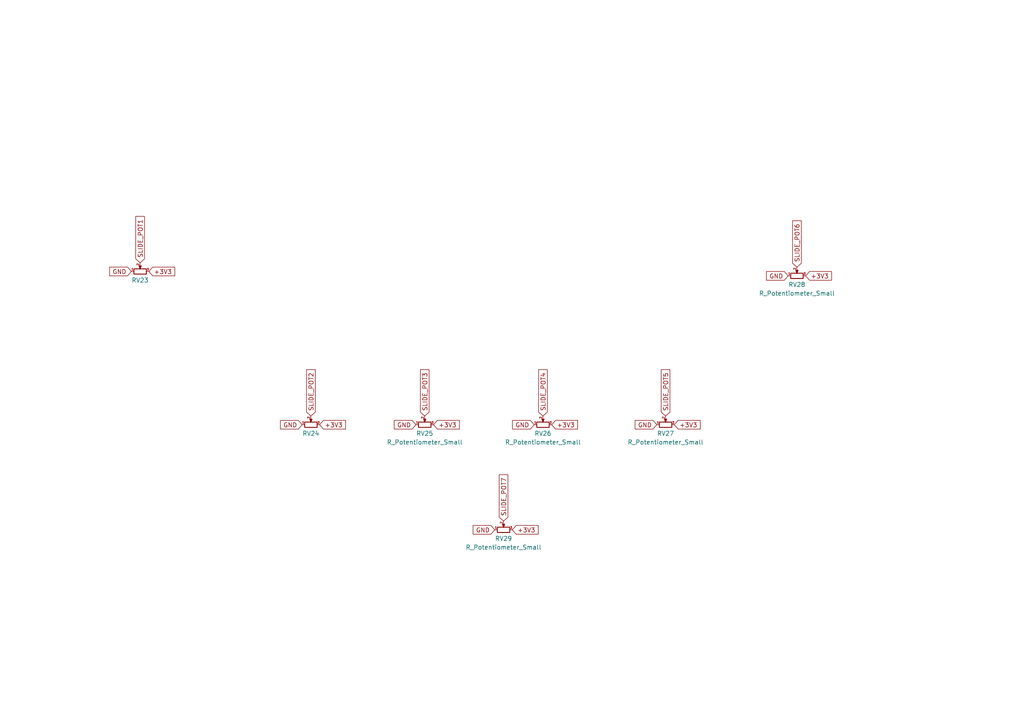
<source format=kicad_sch>
(kicad_sch (version 20250114) (generator "eeschema") (generator_version "9.0")
  (paper "A4")
  (title_block (title "@opensourcedj on twitter") (rev "1") (company "Alex G"))
  (lib_symbols
    (symbol "Device:R_Potentiometer_Small" (pin_names (offset 1.016) (hide yes))
      (property "Reference" "RV" (at -4.445 0 90))
      (property "Value" "R_Potentiometer_Small" (at -2.54 0 90))
      (symbol "R_Potentiometer_Small_0_1"
        (rectangle (start 0.762 1.8034) (end -0.762 -1.8034) (stroke (width 0.254)))
        (polyline (pts (xy 0.889 0) (xy 0.635 0) (xy 1.651 0.381) (xy 1.651 -0.381) (xy 0.635 0) (xy 0.889 0)) (fill (type outline)))
      )
      (symbol "R_Potentiometer_Small_1_1"
        (pin passive line (at 0 2.54 270) (length 0.635) (name "1") (number "1"))
        (pin passive line (at 0 -2.54 90) (length 0.635) (name "3") (number "3"))
        (pin passive line (at 2.54 0 180) (length 0.9906) (name "2") (number "2"))
      )
    )
  )
  (global_label "SLIDE_POT5" (shape input) (at 193.04 120.65 90) (property "Intersheetrefs" "${INTERSHEET_REFS}" (effects (hide yes))))
  (global_label "GND" (shape input) (at 228.6 80.01 180) (property "Intersheetrefs" "${INTERSHEET_REFS}" (effects (hide yes))))
  (global_label "GND" (shape input) (at 143.51 153.67 180) (property "Intersheetrefs" "${INTERSHEET_REFS}" (effects (hide yes))))
  (global_label "+3V3" (shape input) (at 160.02 123.19 0) (property "Intersheetrefs" "${INTERSHEET_REFS}" (effects (hide yes))))
  (global_label "+3V3" (shape input) (at 148.59 153.67 0) (property "Intersheetrefs" "${INTERSHEET_REFS}" (effects (hide yes))))
  (global_label "GND" (shape input) (at 154.94 123.19 180) (property "Intersheetrefs" "${INTERSHEET_REFS}" (effects (hide yes))))
  (global_label "SLIDE_POT1" (shape input) (at 40.64 76.2 90) (property "Intersheetrefs" "${INTERSHEET_REFS}" (effects (hide yes))))
  (global_label "SLIDE_POT2" (shape input) (at 90.17 120.65 90) (property "Intersheetrefs" "${INTERSHEET_REFS}" (effects (hide yes))))
  (global_label "GND" (shape input) (at 190.5 123.19 180) (property "Intersheetrefs" "${INTERSHEET_REFS}" (effects (hide yes))))
  (global_label "+3V3" (shape input) (at 125.73 123.19 0) (property "Intersheetrefs" "${INTERSHEET_REFS}" (effects (hide yes))))
  (global_label "SLIDE_POT6" (shape input) (at 231.14 77.47 90) (property "Intersheetrefs" "${INTERSHEET_REFS}" (effects (hide yes))))
  (global_label "GND" (shape input) (at 120.65 123.19 180) (property "Intersheetrefs" "${INTERSHEET_REFS}" (effects (hide yes))))
  (global_label "SLIDE_POT4" (shape input) (at 157.48 120.65 90) (property "Intersheetrefs" "${INTERSHEET_REFS}" (effects (hide yes))))
  (global_label "GND" (shape input) (at 38.1 78.74 180) (property "Intersheetrefs" "${INTERSHEET_REFS}" (effects (hide yes))))
  (global_label "GND" (shape input) (at 87.63 123.19 180) (property "Intersheetrefs" "${INTERSHEET_REFS}" (effects (hide yes))))
  (global_label "+3V3" (shape input) (at 233.68 80.01 0) (property "Intersheetrefs" "${INTERSHEET_REFS}" (effects (hide yes))))
  (global_label "+3V3" (shape input) (at 195.58 123.19 0) (property "Intersheetrefs" "${INTERSHEET_REFS}" (effects (hide yes))))
  (global_label "+3V3" (shape input) (at 92.71 123.19 0) (property "Intersheetrefs" "${INTERSHEET_REFS}" (effects (hide yes))))
  (global_label "SLIDE_POT7" (shape input) (at 146.05 151.13 90) (property "Intersheetrefs" "${INTERSHEET_REFS}" (effects (hide yes))))
  (global_label "SLIDE_POT3" (shape input) (at 123.19 120.65 90) (property "Intersheetrefs" "${INTERSHEET_REFS}" (effects (hide yes))))
  (global_label "+3V3" (shape input) (at 43.18 78.74 0) (property "Intersheetrefs" "${INTERSHEET_REFS}" (effects (hide yes))))
  (symbol (lib_id "Device:R_Potentiometer_Small") (at 231.14 80.01 90) (unit 1)
    (property "Reference" "RV28" (at 231.14 82.55 90))
    (property "Value" "R_Potentiometer_Small" (at 231.14 85.09 90))
    (property "Footprint" "Potentiometer_THT:Potentiometer_Bourns_PTA1543_Single_Slide" (effects (hide yes)))
    (property "Description" "Potentiometer" (effects (hide yes)))
  )
  (symbol (lib_id "Device:R_Potentiometer_Small") (at 146.05 153.67 90) (unit 1)
    (property "Reference" "RV29" (at 146.05 156.21 90))
    (property "Value" "R_Potentiometer_Small" (at 146.05 158.75 90))
    (property "Footprint" "Potentiometer_THT:Potentiometer_Bourns_PTA6043_Single_Slide" (effects (hide yes)))
    (property "Description" "Potentiometer" (effects (hide yes)))
  )
  (symbol (lib_id "Device:R_Potentiometer_Small") (at 157.48 123.19 90) (unit 1)
    (property "Reference" "RV26" (at 157.48 125.73 90))
    (property "Value" "R_Potentiometer_Small" (at 157.48 128.27 90))
    (property "Footprint" "Potentiometer_THT:Potentiometer_Bourns_PTA1543_Single_Slide" (effects (hide yes)))
    (property "Description" "Potentiometer" (effects (hide yes)))
  )
  (symbol (lib_id "Device:R_Potentiometer_Small") (at 193.04 123.19 90) (unit 1)
    (property "Reference" "RV27" (at 193.04 125.73 90))
    (property "Value" "R_Potentiometer_Small" (at 193.04 128.27 90))
    (property "Footprint" "Potentiometer_THT:Potentiometer_Bourns_PTA1543_Single_Slide" (effects (hide yes)))
    (property "Description" "Potentiometer" (effects (hide yes)))
  )
  (symbol (lib_id "Device:R_Potentiometer_Small") (at 90.17 123.19 90) (unit 1)
    (property "Reference" "RV24" (at 90.17 125.73 90))
    (property "Value" "R_Potentiometer_Small" (effects (hide yes)))
    (property "Footprint" "Potentiometer_THT:Potentiometer_Bourns_PTA1543_Single_Slide" (effects (hide yes)))
    (property "Description" "Potentiometer" (effects (hide yes)))
  )
  (symbol (lib_id "Device:R_Potentiometer_Small") (at 40.64 78.74 90) (unit 1)
    (property "Reference" "RV23" (at 40.64 81.28 90))
    (property "Value" "R_Potentiometer_Small" (effects (hide yes)))
    (property "Footprint" "Potentiometer_THT:Potentiometer_Bourns_PTA1543_Single_Slide" (effects (hide yes)))
    (property "Description" "Potentiometer" (effects (hide yes)))
  )
  (symbol (lib_id "Device:R_Potentiometer_Small") (at 123.19 123.19 90) (unit 1)
    (property "Reference" "RV25" (at 123.19 125.73 90))
    (property "Value" "R_Potentiometer_Small" (at 123.19 128.27 90))
    (property "Footprint" "Potentiometer_THT:Potentiometer_Bourns_PTA1543_Single_Slide" (effects (hide yes)))
    (property "Description" "Potentiometer" (effects (hide yes)))
  )
)
</source>
